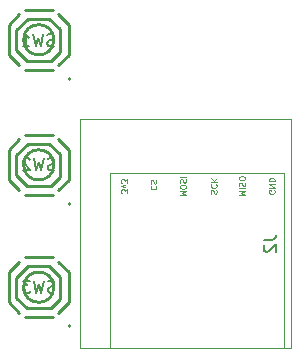
<source format=gbr>
%TF.GenerationSoftware,KiCad,Pcbnew,7.0.7*%
%TF.CreationDate,2023-08-27T21:45:09-04:00*%
%TF.ProjectId,PicoMemcard-qtpyrp2040,5069636f-4d65-46d6-9361-72642d717470,1.3.1*%
%TF.SameCoordinates,Original*%
%TF.FileFunction,Legend,Bot*%
%TF.FilePolarity,Positive*%
%FSLAX46Y46*%
G04 Gerber Fmt 4.6, Leading zero omitted, Abs format (unit mm)*
G04 Created by KiCad (PCBNEW 7.0.7) date 2023-08-27 21:45:09*
%MOMM*%
%LPD*%
G01*
G04 APERTURE LIST*
%ADD10C,0.150000*%
%ADD11C,0.100000*%
%ADD12C,0.250000*%
%ADD13C,0.160000*%
%ADD14C,0.120000*%
G04 APERTURE END LIST*
D10*
X139509332Y-109627200D02*
X139366475Y-109674819D01*
X139366475Y-109674819D02*
X139128380Y-109674819D01*
X139128380Y-109674819D02*
X139033142Y-109627200D01*
X139033142Y-109627200D02*
X138985523Y-109579580D01*
X138985523Y-109579580D02*
X138937904Y-109484342D01*
X138937904Y-109484342D02*
X138937904Y-109389104D01*
X138937904Y-109389104D02*
X138985523Y-109293866D01*
X138985523Y-109293866D02*
X139033142Y-109246247D01*
X139033142Y-109246247D02*
X139128380Y-109198628D01*
X139128380Y-109198628D02*
X139318856Y-109151009D01*
X139318856Y-109151009D02*
X139414094Y-109103390D01*
X139414094Y-109103390D02*
X139461713Y-109055771D01*
X139461713Y-109055771D02*
X139509332Y-108960533D01*
X139509332Y-108960533D02*
X139509332Y-108865295D01*
X139509332Y-108865295D02*
X139461713Y-108770057D01*
X139461713Y-108770057D02*
X139414094Y-108722438D01*
X139414094Y-108722438D02*
X139318856Y-108674819D01*
X139318856Y-108674819D02*
X139080761Y-108674819D01*
X139080761Y-108674819D02*
X138937904Y-108722438D01*
X138604570Y-108674819D02*
X138366475Y-109674819D01*
X138366475Y-109674819D02*
X138175999Y-108960533D01*
X138175999Y-108960533D02*
X137985523Y-109674819D01*
X137985523Y-109674819D02*
X137747428Y-108674819D01*
X137461713Y-108674819D02*
X136842666Y-108674819D01*
X136842666Y-108674819D02*
X137175999Y-109055771D01*
X137175999Y-109055771D02*
X137033142Y-109055771D01*
X137033142Y-109055771D02*
X136937904Y-109103390D01*
X136937904Y-109103390D02*
X136890285Y-109151009D01*
X136890285Y-109151009D02*
X136842666Y-109246247D01*
X136842666Y-109246247D02*
X136842666Y-109484342D01*
X136842666Y-109484342D02*
X136890285Y-109579580D01*
X136890285Y-109579580D02*
X136937904Y-109627200D01*
X136937904Y-109627200D02*
X137033142Y-109674819D01*
X137033142Y-109674819D02*
X137318856Y-109674819D01*
X137318856Y-109674819D02*
X137414094Y-109627200D01*
X137414094Y-109627200D02*
X137461713Y-109579580D01*
X139469332Y-88757200D02*
X139326475Y-88804819D01*
X139326475Y-88804819D02*
X139088380Y-88804819D01*
X139088380Y-88804819D02*
X138993142Y-88757200D01*
X138993142Y-88757200D02*
X138945523Y-88709580D01*
X138945523Y-88709580D02*
X138897904Y-88614342D01*
X138897904Y-88614342D02*
X138897904Y-88519104D01*
X138897904Y-88519104D02*
X138945523Y-88423866D01*
X138945523Y-88423866D02*
X138993142Y-88376247D01*
X138993142Y-88376247D02*
X139088380Y-88328628D01*
X139088380Y-88328628D02*
X139278856Y-88281009D01*
X139278856Y-88281009D02*
X139374094Y-88233390D01*
X139374094Y-88233390D02*
X139421713Y-88185771D01*
X139421713Y-88185771D02*
X139469332Y-88090533D01*
X139469332Y-88090533D02*
X139469332Y-87995295D01*
X139469332Y-87995295D02*
X139421713Y-87900057D01*
X139421713Y-87900057D02*
X139374094Y-87852438D01*
X139374094Y-87852438D02*
X139278856Y-87804819D01*
X139278856Y-87804819D02*
X139040761Y-87804819D01*
X139040761Y-87804819D02*
X138897904Y-87852438D01*
X138564570Y-87804819D02*
X138326475Y-88804819D01*
X138326475Y-88804819D02*
X138135999Y-88090533D01*
X138135999Y-88090533D02*
X137945523Y-88804819D01*
X137945523Y-88804819D02*
X137707428Y-87804819D01*
X136802666Y-88804819D02*
X137374094Y-88804819D01*
X137088380Y-88804819D02*
X137088380Y-87804819D01*
X137088380Y-87804819D02*
X137183618Y-87947676D01*
X137183618Y-87947676D02*
X137278856Y-88042914D01*
X137278856Y-88042914D02*
X137374094Y-88090533D01*
X139509332Y-99267200D02*
X139366475Y-99314819D01*
X139366475Y-99314819D02*
X139128380Y-99314819D01*
X139128380Y-99314819D02*
X139033142Y-99267200D01*
X139033142Y-99267200D02*
X138985523Y-99219580D01*
X138985523Y-99219580D02*
X138937904Y-99124342D01*
X138937904Y-99124342D02*
X138937904Y-99029104D01*
X138937904Y-99029104D02*
X138985523Y-98933866D01*
X138985523Y-98933866D02*
X139033142Y-98886247D01*
X139033142Y-98886247D02*
X139128380Y-98838628D01*
X139128380Y-98838628D02*
X139318856Y-98791009D01*
X139318856Y-98791009D02*
X139414094Y-98743390D01*
X139414094Y-98743390D02*
X139461713Y-98695771D01*
X139461713Y-98695771D02*
X139509332Y-98600533D01*
X139509332Y-98600533D02*
X139509332Y-98505295D01*
X139509332Y-98505295D02*
X139461713Y-98410057D01*
X139461713Y-98410057D02*
X139414094Y-98362438D01*
X139414094Y-98362438D02*
X139318856Y-98314819D01*
X139318856Y-98314819D02*
X139080761Y-98314819D01*
X139080761Y-98314819D02*
X138937904Y-98362438D01*
X138604570Y-98314819D02*
X138366475Y-99314819D01*
X138366475Y-99314819D02*
X138175999Y-98600533D01*
X138175999Y-98600533D02*
X137985523Y-99314819D01*
X137985523Y-99314819D02*
X137747428Y-98314819D01*
X137414094Y-98410057D02*
X137366475Y-98362438D01*
X137366475Y-98362438D02*
X137271237Y-98314819D01*
X137271237Y-98314819D02*
X137033142Y-98314819D01*
X137033142Y-98314819D02*
X136937904Y-98362438D01*
X136937904Y-98362438D02*
X136890285Y-98410057D01*
X136890285Y-98410057D02*
X136842666Y-98505295D01*
X136842666Y-98505295D02*
X136842666Y-98600533D01*
X136842666Y-98600533D02*
X136890285Y-98743390D01*
X136890285Y-98743390D02*
X137461713Y-99314819D01*
X137461713Y-99314819D02*
X136842666Y-99314819D01*
X157226819Y-105214666D02*
X157941104Y-105214666D01*
X157941104Y-105214666D02*
X158083961Y-105167047D01*
X158083961Y-105167047D02*
X158179200Y-105071809D01*
X158179200Y-105071809D02*
X158226819Y-104928952D01*
X158226819Y-104928952D02*
X158226819Y-104833714D01*
X157322057Y-105643238D02*
X157274438Y-105690857D01*
X157274438Y-105690857D02*
X157226819Y-105786095D01*
X157226819Y-105786095D02*
X157226819Y-106024190D01*
X157226819Y-106024190D02*
X157274438Y-106119428D01*
X157274438Y-106119428D02*
X157322057Y-106167047D01*
X157322057Y-106167047D02*
X157417295Y-106214666D01*
X157417295Y-106214666D02*
X157512533Y-106214666D01*
X157512533Y-106214666D02*
X157655390Y-106167047D01*
X157655390Y-106167047D02*
X158226819Y-105595619D01*
X158226819Y-105595619D02*
X158226819Y-106214666D01*
D11*
X152769700Y-101290856D02*
X152745890Y-101219428D01*
X152745890Y-101219428D02*
X152745890Y-101100380D01*
X152745890Y-101100380D02*
X152769700Y-101052761D01*
X152769700Y-101052761D02*
X152793509Y-101028952D01*
X152793509Y-101028952D02*
X152841128Y-101005142D01*
X152841128Y-101005142D02*
X152888747Y-101005142D01*
X152888747Y-101005142D02*
X152936366Y-101028952D01*
X152936366Y-101028952D02*
X152960176Y-101052761D01*
X152960176Y-101052761D02*
X152983985Y-101100380D01*
X152983985Y-101100380D02*
X153007795Y-101195618D01*
X153007795Y-101195618D02*
X153031604Y-101243237D01*
X153031604Y-101243237D02*
X153055414Y-101267047D01*
X153055414Y-101267047D02*
X153103033Y-101290856D01*
X153103033Y-101290856D02*
X153150652Y-101290856D01*
X153150652Y-101290856D02*
X153198271Y-101267047D01*
X153198271Y-101267047D02*
X153222080Y-101243237D01*
X153222080Y-101243237D02*
X153245890Y-101195618D01*
X153245890Y-101195618D02*
X153245890Y-101076571D01*
X153245890Y-101076571D02*
X153222080Y-101005142D01*
X152793509Y-100505143D02*
X152769700Y-100528952D01*
X152769700Y-100528952D02*
X152745890Y-100600381D01*
X152745890Y-100600381D02*
X152745890Y-100648000D01*
X152745890Y-100648000D02*
X152769700Y-100719428D01*
X152769700Y-100719428D02*
X152817319Y-100767047D01*
X152817319Y-100767047D02*
X152864938Y-100790857D01*
X152864938Y-100790857D02*
X152960176Y-100814666D01*
X152960176Y-100814666D02*
X153031604Y-100814666D01*
X153031604Y-100814666D02*
X153126842Y-100790857D01*
X153126842Y-100790857D02*
X153174461Y-100767047D01*
X153174461Y-100767047D02*
X153222080Y-100719428D01*
X153222080Y-100719428D02*
X153245890Y-100648000D01*
X153245890Y-100648000D02*
X153245890Y-100600381D01*
X153245890Y-100600381D02*
X153222080Y-100528952D01*
X153222080Y-100528952D02*
X153198271Y-100505143D01*
X152745890Y-100290857D02*
X153245890Y-100290857D01*
X152745890Y-100005143D02*
X153031604Y-100219428D01*
X153245890Y-100005143D02*
X152960176Y-100290857D01*
X155145890Y-101433714D02*
X155645890Y-101433714D01*
X155645890Y-101433714D02*
X155288747Y-101267047D01*
X155288747Y-101267047D02*
X155645890Y-101100381D01*
X155645890Y-101100381D02*
X155145890Y-101100381D01*
X155145890Y-100862285D02*
X155645890Y-100862285D01*
X155169700Y-100647999D02*
X155145890Y-100576571D01*
X155145890Y-100576571D02*
X155145890Y-100457523D01*
X155145890Y-100457523D02*
X155169700Y-100409904D01*
X155169700Y-100409904D02*
X155193509Y-100386095D01*
X155193509Y-100386095D02*
X155241128Y-100362285D01*
X155241128Y-100362285D02*
X155288747Y-100362285D01*
X155288747Y-100362285D02*
X155336366Y-100386095D01*
X155336366Y-100386095D02*
X155360176Y-100409904D01*
X155360176Y-100409904D02*
X155383985Y-100457523D01*
X155383985Y-100457523D02*
X155407795Y-100552761D01*
X155407795Y-100552761D02*
X155431604Y-100600380D01*
X155431604Y-100600380D02*
X155455414Y-100624190D01*
X155455414Y-100624190D02*
X155503033Y-100647999D01*
X155503033Y-100647999D02*
X155550652Y-100647999D01*
X155550652Y-100647999D02*
X155598271Y-100624190D01*
X155598271Y-100624190D02*
X155622080Y-100600380D01*
X155622080Y-100600380D02*
X155645890Y-100552761D01*
X155645890Y-100552761D02*
X155645890Y-100433714D01*
X155645890Y-100433714D02*
X155622080Y-100362285D01*
X155645890Y-100052762D02*
X155645890Y-99957524D01*
X155645890Y-99957524D02*
X155622080Y-99909905D01*
X155622080Y-99909905D02*
X155574461Y-99862286D01*
X155574461Y-99862286D02*
X155479223Y-99838476D01*
X155479223Y-99838476D02*
X155312557Y-99838476D01*
X155312557Y-99838476D02*
X155217319Y-99862286D01*
X155217319Y-99862286D02*
X155169700Y-99909905D01*
X155169700Y-99909905D02*
X155145890Y-99957524D01*
X155145890Y-99957524D02*
X155145890Y-100052762D01*
X155145890Y-100052762D02*
X155169700Y-100100381D01*
X155169700Y-100100381D02*
X155217319Y-100148000D01*
X155217319Y-100148000D02*
X155312557Y-100171809D01*
X155312557Y-100171809D02*
X155479223Y-100171809D01*
X155479223Y-100171809D02*
X155574461Y-100148000D01*
X155574461Y-100148000D02*
X155622080Y-100100381D01*
X155622080Y-100100381D02*
X155645890Y-100052762D01*
X147693509Y-100631333D02*
X147669700Y-100655142D01*
X147669700Y-100655142D02*
X147645890Y-100726571D01*
X147645890Y-100726571D02*
X147645890Y-100774190D01*
X147645890Y-100774190D02*
X147669700Y-100845618D01*
X147669700Y-100845618D02*
X147717319Y-100893237D01*
X147717319Y-100893237D02*
X147764938Y-100917047D01*
X147764938Y-100917047D02*
X147860176Y-100940856D01*
X147860176Y-100940856D02*
X147931604Y-100940856D01*
X147931604Y-100940856D02*
X148026842Y-100917047D01*
X148026842Y-100917047D02*
X148074461Y-100893237D01*
X148074461Y-100893237D02*
X148122080Y-100845618D01*
X148122080Y-100845618D02*
X148145890Y-100774190D01*
X148145890Y-100774190D02*
X148145890Y-100726571D01*
X148145890Y-100726571D02*
X148122080Y-100655142D01*
X148122080Y-100655142D02*
X148098271Y-100631333D01*
X147669700Y-100440856D02*
X147645890Y-100369428D01*
X147645890Y-100369428D02*
X147645890Y-100250380D01*
X147645890Y-100250380D02*
X147669700Y-100202761D01*
X147669700Y-100202761D02*
X147693509Y-100178952D01*
X147693509Y-100178952D02*
X147741128Y-100155142D01*
X147741128Y-100155142D02*
X147788747Y-100155142D01*
X147788747Y-100155142D02*
X147836366Y-100178952D01*
X147836366Y-100178952D02*
X147860176Y-100202761D01*
X147860176Y-100202761D02*
X147883985Y-100250380D01*
X147883985Y-100250380D02*
X147907795Y-100345618D01*
X147907795Y-100345618D02*
X147931604Y-100393237D01*
X147931604Y-100393237D02*
X147955414Y-100417047D01*
X147955414Y-100417047D02*
X148003033Y-100440856D01*
X148003033Y-100440856D02*
X148050652Y-100440856D01*
X148050652Y-100440856D02*
X148098271Y-100417047D01*
X148098271Y-100417047D02*
X148122080Y-100393237D01*
X148122080Y-100393237D02*
X148145890Y-100345618D01*
X148145890Y-100345618D02*
X148145890Y-100226571D01*
X148145890Y-100226571D02*
X148122080Y-100155142D01*
X150145890Y-101433714D02*
X150645890Y-101433714D01*
X150645890Y-101433714D02*
X150288747Y-101267047D01*
X150288747Y-101267047D02*
X150645890Y-101100381D01*
X150645890Y-101100381D02*
X150145890Y-101100381D01*
X150645890Y-100767047D02*
X150645890Y-100671809D01*
X150645890Y-100671809D02*
X150622080Y-100624190D01*
X150622080Y-100624190D02*
X150574461Y-100576571D01*
X150574461Y-100576571D02*
X150479223Y-100552761D01*
X150479223Y-100552761D02*
X150312557Y-100552761D01*
X150312557Y-100552761D02*
X150217319Y-100576571D01*
X150217319Y-100576571D02*
X150169700Y-100624190D01*
X150169700Y-100624190D02*
X150145890Y-100671809D01*
X150145890Y-100671809D02*
X150145890Y-100767047D01*
X150145890Y-100767047D02*
X150169700Y-100814666D01*
X150169700Y-100814666D02*
X150217319Y-100862285D01*
X150217319Y-100862285D02*
X150312557Y-100886094D01*
X150312557Y-100886094D02*
X150479223Y-100886094D01*
X150479223Y-100886094D02*
X150574461Y-100862285D01*
X150574461Y-100862285D02*
X150622080Y-100814666D01*
X150622080Y-100814666D02*
X150645890Y-100767047D01*
X150169700Y-100362284D02*
X150145890Y-100290856D01*
X150145890Y-100290856D02*
X150145890Y-100171808D01*
X150145890Y-100171808D02*
X150169700Y-100124189D01*
X150169700Y-100124189D02*
X150193509Y-100100380D01*
X150193509Y-100100380D02*
X150241128Y-100076570D01*
X150241128Y-100076570D02*
X150288747Y-100076570D01*
X150288747Y-100076570D02*
X150336366Y-100100380D01*
X150336366Y-100100380D02*
X150360176Y-100124189D01*
X150360176Y-100124189D02*
X150383985Y-100171808D01*
X150383985Y-100171808D02*
X150407795Y-100267046D01*
X150407795Y-100267046D02*
X150431604Y-100314665D01*
X150431604Y-100314665D02*
X150455414Y-100338475D01*
X150455414Y-100338475D02*
X150503033Y-100362284D01*
X150503033Y-100362284D02*
X150550652Y-100362284D01*
X150550652Y-100362284D02*
X150598271Y-100338475D01*
X150598271Y-100338475D02*
X150622080Y-100314665D01*
X150622080Y-100314665D02*
X150645890Y-100267046D01*
X150645890Y-100267046D02*
X150645890Y-100147999D01*
X150645890Y-100147999D02*
X150622080Y-100076570D01*
X150145890Y-99862285D02*
X150645890Y-99862285D01*
X158122080Y-101028952D02*
X158145890Y-101076571D01*
X158145890Y-101076571D02*
X158145890Y-101148000D01*
X158145890Y-101148000D02*
X158122080Y-101219428D01*
X158122080Y-101219428D02*
X158074461Y-101267047D01*
X158074461Y-101267047D02*
X158026842Y-101290857D01*
X158026842Y-101290857D02*
X157931604Y-101314666D01*
X157931604Y-101314666D02*
X157860176Y-101314666D01*
X157860176Y-101314666D02*
X157764938Y-101290857D01*
X157764938Y-101290857D02*
X157717319Y-101267047D01*
X157717319Y-101267047D02*
X157669700Y-101219428D01*
X157669700Y-101219428D02*
X157645890Y-101148000D01*
X157645890Y-101148000D02*
X157645890Y-101100381D01*
X157645890Y-101100381D02*
X157669700Y-101028952D01*
X157669700Y-101028952D02*
X157693509Y-101005143D01*
X157693509Y-101005143D02*
X157860176Y-101005143D01*
X157860176Y-101005143D02*
X157860176Y-101100381D01*
X157645890Y-100790857D02*
X158145890Y-100790857D01*
X158145890Y-100790857D02*
X157645890Y-100505143D01*
X157645890Y-100505143D02*
X158145890Y-100505143D01*
X157645890Y-100267047D02*
X158145890Y-100267047D01*
X158145890Y-100267047D02*
X158145890Y-100147999D01*
X158145890Y-100147999D02*
X158122080Y-100076571D01*
X158122080Y-100076571D02*
X158074461Y-100028952D01*
X158074461Y-100028952D02*
X158026842Y-100005142D01*
X158026842Y-100005142D02*
X157931604Y-99981333D01*
X157931604Y-99981333D02*
X157860176Y-99981333D01*
X157860176Y-99981333D02*
X157764938Y-100005142D01*
X157764938Y-100005142D02*
X157717319Y-100028952D01*
X157717319Y-100028952D02*
X157669700Y-100076571D01*
X157669700Y-100076571D02*
X157645890Y-100147999D01*
X157645890Y-100147999D02*
X157645890Y-100267047D01*
X145645890Y-101243237D02*
X145645890Y-100933713D01*
X145645890Y-100933713D02*
X145455414Y-101100380D01*
X145455414Y-101100380D02*
X145455414Y-101028951D01*
X145455414Y-101028951D02*
X145431604Y-100981332D01*
X145431604Y-100981332D02*
X145407795Y-100957523D01*
X145407795Y-100957523D02*
X145360176Y-100933713D01*
X145360176Y-100933713D02*
X145241128Y-100933713D01*
X145241128Y-100933713D02*
X145193509Y-100957523D01*
X145193509Y-100957523D02*
X145169700Y-100981332D01*
X145169700Y-100981332D02*
X145145890Y-101028951D01*
X145145890Y-101028951D02*
X145145890Y-101171808D01*
X145145890Y-101171808D02*
X145169700Y-101219427D01*
X145169700Y-101219427D02*
X145193509Y-101243237D01*
X145479223Y-100767047D02*
X145145890Y-100647999D01*
X145145890Y-100647999D02*
X145479223Y-100528952D01*
X145645890Y-100386095D02*
X145645890Y-100076571D01*
X145645890Y-100076571D02*
X145455414Y-100243238D01*
X145455414Y-100243238D02*
X145455414Y-100171809D01*
X145455414Y-100171809D02*
X145431604Y-100124190D01*
X145431604Y-100124190D02*
X145407795Y-100100381D01*
X145407795Y-100100381D02*
X145360176Y-100076571D01*
X145360176Y-100076571D02*
X145241128Y-100076571D01*
X145241128Y-100076571D02*
X145193509Y-100100381D01*
X145193509Y-100100381D02*
X145169700Y-100124190D01*
X145169700Y-100124190D02*
X145145890Y-100171809D01*
X145145890Y-100171809D02*
X145145890Y-100314666D01*
X145145890Y-100314666D02*
X145169700Y-100362285D01*
X145169700Y-100362285D02*
X145193509Y-100386095D01*
D12*
%TO.C,SW3*%
X139346000Y-111770000D02*
X137006000Y-111770000D01*
X136516000Y-111390000D02*
X135626000Y-110500000D01*
X137176000Y-111020000D02*
X139176000Y-111020000D01*
X139176000Y-111020000D02*
X139976000Y-110220000D01*
X135626000Y-110500000D02*
X135626000Y-107940000D01*
X140726000Y-110500000D02*
X139836000Y-111390000D01*
X140726000Y-110500000D02*
X140726000Y-107940000D01*
X139976000Y-110220000D02*
X139976000Y-108320000D01*
X136276000Y-110120000D02*
X137176000Y-111020000D01*
X136276000Y-108420000D02*
X136276000Y-110120000D01*
X139976000Y-108320000D02*
X139076000Y-107420000D01*
X140726000Y-107940000D02*
X139836000Y-107050000D01*
X137276000Y-107420000D02*
X136276000Y-108420000D01*
X139076000Y-107420000D02*
X137276000Y-107420000D01*
X136516000Y-107050000D02*
X135626000Y-107940000D01*
X139346000Y-106670000D02*
X137006000Y-106670000D01*
D13*
X140856000Y-112520000D02*
G75*
G03*
X140856000Y-112520000I-80000J0D01*
G01*
D12*
X139456000Y-109220000D02*
G75*
G03*
X139456000Y-109220000I-1280000J0D01*
G01*
%TO.C,SW1*%
X139346000Y-90820000D02*
X137006000Y-90820000D01*
X136516000Y-90440000D02*
X135626000Y-89550000D01*
X137176000Y-90070000D02*
X139176000Y-90070000D01*
X139176000Y-90070000D02*
X139976000Y-89270000D01*
X135626000Y-89550000D02*
X135626000Y-86990000D01*
X140726000Y-89550000D02*
X139836000Y-90440000D01*
X140726000Y-89550000D02*
X140726000Y-86990000D01*
X139976000Y-89270000D02*
X139976000Y-87370000D01*
X136276000Y-89170000D02*
X137176000Y-90070000D01*
X136276000Y-87470000D02*
X136276000Y-89170000D01*
X139976000Y-87370000D02*
X139076000Y-86470000D01*
X140726000Y-86990000D02*
X139836000Y-86100000D01*
X137276000Y-86470000D02*
X136276000Y-87470000D01*
X139076000Y-86470000D02*
X137276000Y-86470000D01*
X136516000Y-86100000D02*
X135626000Y-86990000D01*
X139346000Y-85720000D02*
X137006000Y-85720000D01*
D13*
X140856000Y-91570000D02*
G75*
G03*
X140856000Y-91570000I-80000J0D01*
G01*
D12*
X139456000Y-88270000D02*
G75*
G03*
X139456000Y-88270000I-1280000J0D01*
G01*
%TO.C,SW2*%
X139346000Y-101410000D02*
X137006000Y-101410000D01*
X136516000Y-101030000D02*
X135626000Y-100140000D01*
X137176000Y-100660000D02*
X139176000Y-100660000D01*
X139176000Y-100660000D02*
X139976000Y-99860000D01*
X135626000Y-100140000D02*
X135626000Y-97580000D01*
X140726000Y-100140000D02*
X139836000Y-101030000D01*
X140726000Y-100140000D02*
X140726000Y-97580000D01*
X139976000Y-99860000D02*
X139976000Y-97960000D01*
X136276000Y-99760000D02*
X137176000Y-100660000D01*
X136276000Y-98060000D02*
X136276000Y-99760000D01*
X139976000Y-97960000D02*
X139076000Y-97060000D01*
X140726000Y-97580000D02*
X139836000Y-96690000D01*
X137276000Y-97060000D02*
X136276000Y-98060000D01*
X139076000Y-97060000D02*
X137276000Y-97060000D01*
X136516000Y-96690000D02*
X135626000Y-97580000D01*
X139346000Y-96310000D02*
X137006000Y-96310000D01*
D13*
X140856000Y-102160000D02*
G75*
G03*
X140856000Y-102160000I-80000J0D01*
G01*
D12*
X139456000Y-98860000D02*
G75*
G03*
X139456000Y-98860000I-1280000J0D01*
G01*
D14*
%TO.C,J2*%
X159572000Y-114348000D02*
X141672000Y-114348000D01*
X159572000Y-114348000D02*
X159572000Y-94948000D01*
X141672000Y-94948000D02*
X141672000Y-114348000D01*
X141672000Y-94948000D02*
X159572000Y-94948000D01*
X158972000Y-114348000D02*
X144172000Y-114348000D01*
X144172000Y-114348000D02*
X144172000Y-99548000D01*
X144172000Y-99548000D02*
X158972000Y-99548000D01*
X158972000Y-99548000D02*
X158972000Y-114348000D01*
%TD*%
M02*

</source>
